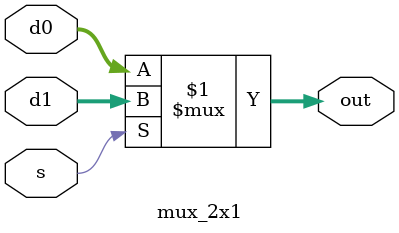
<source format=v>
`timescale 1ns / 1ps

module mux_2x1(
    input [31:0] d0,     // Selected when s=0
    input [31:0] d1,     // Selected when s=1
    input  s,
    output [31:0] out
    );
    assign out = s ? d1 : d0; // Standard ternary operator for a mux
endmodule
</source>
